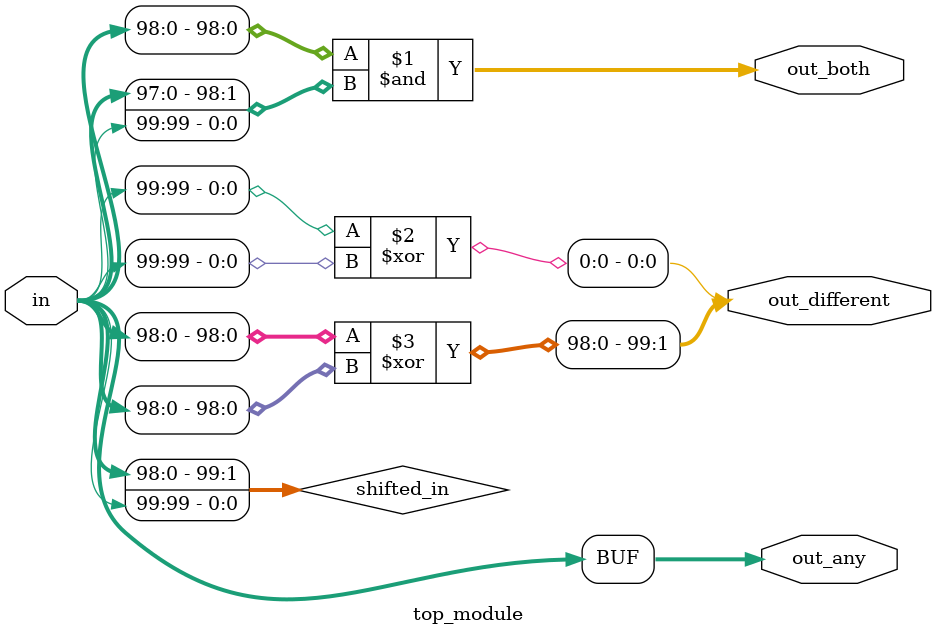
<source format=sv>
module top_module (
    input [99:0] in,
    output [98:0] out_both,
    output [99:0] out_any,
    output [99:0] out_different
);

    wire [99:0] shifted_in;
    assign shifted_in = {in[98:0], in[99]};

    assign out_both = in[98:0] & shifted_in[98:0];
    assign out_any = in;
    assign out_different = {in[98:0] ^ shifted_in[99:1], in[99] ^ shifted_in[0]};

endmodule

</source>
